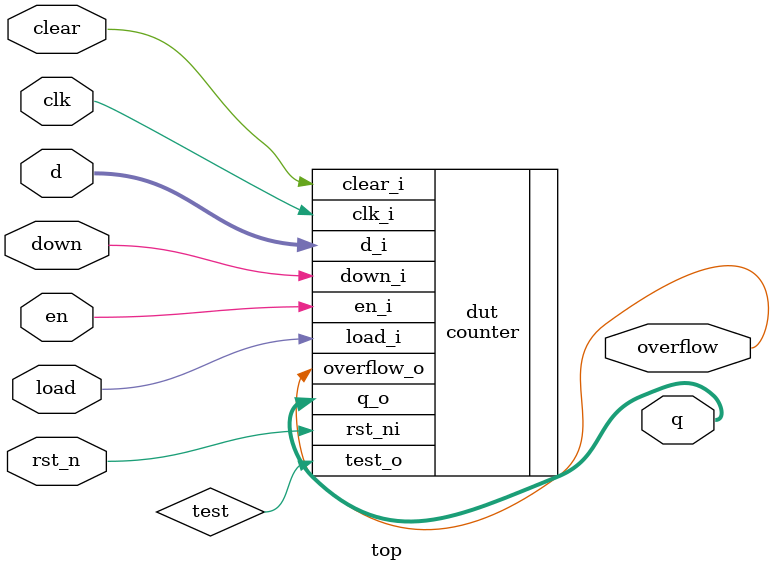
<source format=sv>
module top(
  input  logic clk,
  input  logic rst_n,
  input  logic clear,
  input  logic en,
  input  logic load,
  input  logic down,
  input  logic [3:0] d,
  output logic [3:0] q,
  output logic overflow
  );

  counter dut (
    .clk_i(clk),
    .rst_ni(rst_n),
    .clear_i(clear),
    .en_i(en),
    .load_i(load),
    .down_i(down),
    .d_i(d),
    .q_o(q),
    .overflow_o(overflow),
    .test_o(test)
  );

  initial begin
    $dumpfile("dump.vcd");
    $dumpvars;
  end
endmodule
</source>
